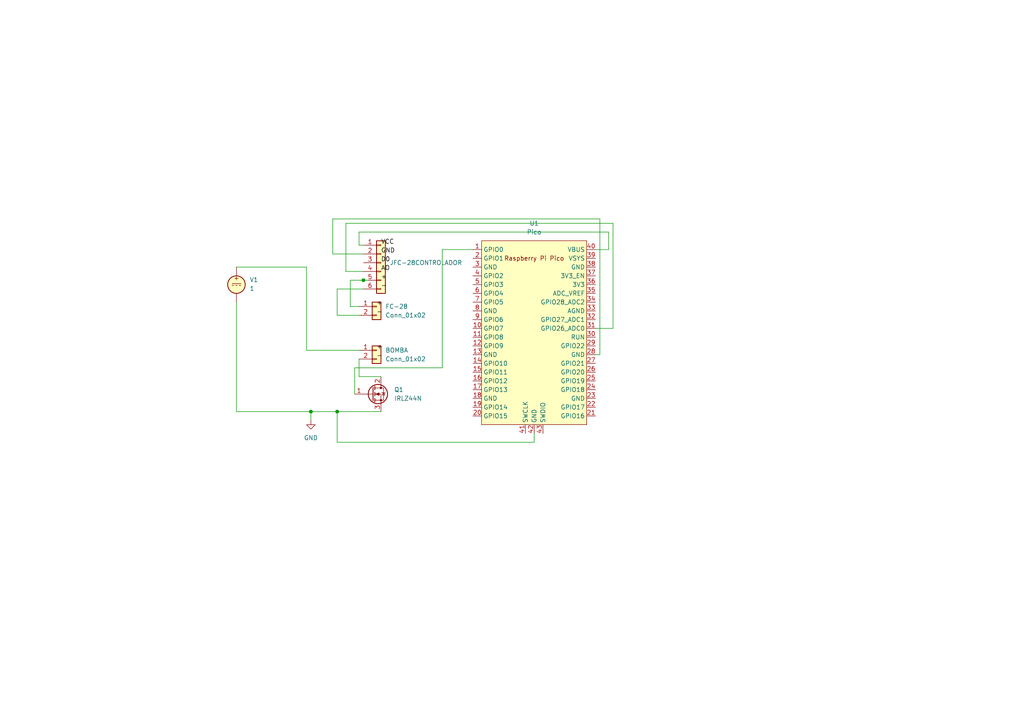
<source format=kicad_sch>
(kicad_sch (version 20230121) (generator eeschema)

  (uuid 1f28efb3-f5a6-47e4-a213-6eea022ad3a7)

  (paper "A4")

  (lib_symbols
    (symbol "Connector_Generic:Conn_01x02" (pin_names (offset 1.016) hide) (in_bom yes) (on_board yes)
      (property "Reference" "J" (at 0 2.54 0)
        (effects (font (size 1.27 1.27)))
      )
      (property "Value" "Conn_01x02" (at 0 -5.08 0)
        (effects (font (size 1.27 1.27)))
      )
      (property "Footprint" "" (at 0 0 0)
        (effects (font (size 1.27 1.27)) hide)
      )
      (property "Datasheet" "~" (at 0 0 0)
        (effects (font (size 1.27 1.27)) hide)
      )
      (property "ki_keywords" "connector" (at 0 0 0)
        (effects (font (size 1.27 1.27)) hide)
      )
      (property "ki_description" "Generic connector, single row, 01x02, script generated (kicad-library-utils/schlib/autogen/connector/)" (at 0 0 0)
        (effects (font (size 1.27 1.27)) hide)
      )
      (property "ki_fp_filters" "Connector*:*_1x??_*" (at 0 0 0)
        (effects (font (size 1.27 1.27)) hide)
      )
      (symbol "Conn_01x02_1_1"
        (rectangle (start -1.27 -2.413) (end 0 -2.667)
          (stroke (width 0.1524) (type default))
          (fill (type none))
        )
        (rectangle (start -1.27 0.127) (end 0 -0.127)
          (stroke (width 0.1524) (type default))
          (fill (type none))
        )
        (rectangle (start -1.27 1.27) (end 1.27 -3.81)
          (stroke (width 0.254) (type default))
          (fill (type background))
        )
        (pin passive line (at -5.08 0 0) (length 3.81)
          (name "Pin_1" (effects (font (size 1.27 1.27))))
          (number "1" (effects (font (size 1.27 1.27))))
        )
        (pin passive line (at -5.08 -2.54 0) (length 3.81)
          (name "Pin_2" (effects (font (size 1.27 1.27))))
          (number "2" (effects (font (size 1.27 1.27))))
        )
      )
    )
    (symbol "Connector_Generic:Conn_01x06" (pin_names (offset 1.016) hide) (in_bom yes) (on_board yes)
      (property "Reference" "J" (at 0 7.62 0)
        (effects (font (size 1.27 1.27)))
      )
      (property "Value" "Conn_01x06" (at 0 -10.16 0)
        (effects (font (size 1.27 1.27)))
      )
      (property "Footprint" "" (at 0 0 0)
        (effects (font (size 1.27 1.27)) hide)
      )
      (property "Datasheet" "~" (at 0 0 0)
        (effects (font (size 1.27 1.27)) hide)
      )
      (property "ki_keywords" "connector" (at 0 0 0)
        (effects (font (size 1.27 1.27)) hide)
      )
      (property "ki_description" "Generic connector, single row, 01x06, script generated (kicad-library-utils/schlib/autogen/connector/)" (at 0 0 0)
        (effects (font (size 1.27 1.27)) hide)
      )
      (property "ki_fp_filters" "Connector*:*_1x??_*" (at 0 0 0)
        (effects (font (size 1.27 1.27)) hide)
      )
      (symbol "Conn_01x06_1_1"
        (rectangle (start -1.27 -7.493) (end 0 -7.747)
          (stroke (width 0.1524) (type default))
          (fill (type none))
        )
        (rectangle (start -1.27 -4.953) (end 0 -5.207)
          (stroke (width 0.1524) (type default))
          (fill (type none))
        )
        (rectangle (start -1.27 -2.413) (end 0 -2.667)
          (stroke (width 0.1524) (type default))
          (fill (type none))
        )
        (rectangle (start -1.27 0.127) (end 0 -0.127)
          (stroke (width 0.1524) (type default))
          (fill (type none))
        )
        (rectangle (start -1.27 2.667) (end 0 2.413)
          (stroke (width 0.1524) (type default))
          (fill (type none))
        )
        (rectangle (start -1.27 5.207) (end 0 4.953)
          (stroke (width 0.1524) (type default))
          (fill (type none))
        )
        (rectangle (start -1.27 6.35) (end 1.27 -8.89)
          (stroke (width 0.254) (type default))
          (fill (type background))
        )
        (pin passive line (at -5.08 5.08 0) (length 3.81)
          (name "Pin_1" (effects (font (size 1.27 1.27))))
          (number "1" (effects (font (size 1.27 1.27))))
        )
        (pin passive line (at -5.08 2.54 0) (length 3.81)
          (name "Pin_2" (effects (font (size 1.27 1.27))))
          (number "2" (effects (font (size 1.27 1.27))))
        )
        (pin passive line (at -5.08 0 0) (length 3.81)
          (name "Pin_3" (effects (font (size 1.27 1.27))))
          (number "3" (effects (font (size 1.27 1.27))))
        )
        (pin passive line (at -5.08 -2.54 0) (length 3.81)
          (name "Pin_4" (effects (font (size 1.27 1.27))))
          (number "4" (effects (font (size 1.27 1.27))))
        )
        (pin passive line (at -5.08 -5.08 0) (length 3.81)
          (name "Pin_5" (effects (font (size 1.27 1.27))))
          (number "5" (effects (font (size 1.27 1.27))))
        )
        (pin passive line (at -5.08 -7.62 0) (length 3.81)
          (name "Pin_6" (effects (font (size 1.27 1.27))))
          (number "6" (effects (font (size 1.27 1.27))))
        )
      )
    )
    (symbol "MCU_RaspberryPi_and_Boards:Pico" (in_bom yes) (on_board yes)
      (property "Reference" "U" (at -13.97 27.94 0)
        (effects (font (size 1.27 1.27)))
      )
      (property "Value" "Pico" (at 0 19.05 0)
        (effects (font (size 1.27 1.27)))
      )
      (property "Footprint" "RPi_Pico:RPi_Pico_SMD_TH" (at 0 0 90)
        (effects (font (size 1.27 1.27)) hide)
      )
      (property "Datasheet" "" (at 0 0 0)
        (effects (font (size 1.27 1.27)) hide)
      )
      (symbol "Pico_0_0"
        (text "Raspberry Pi Pico" (at 0 21.59 0)
          (effects (font (size 1.27 1.27)))
        )
      )
      (symbol "Pico_0_1"
        (rectangle (start -15.24 26.67) (end 15.24 -26.67)
          (stroke (width 0) (type default))
          (fill (type background))
        )
      )
      (symbol "Pico_1_1"
        (pin bidirectional line (at -17.78 24.13 0) (length 2.54)
          (name "GPIO0" (effects (font (size 1.27 1.27))))
          (number "1" (effects (font (size 1.27 1.27))))
        )
        (pin bidirectional line (at -17.78 1.27 0) (length 2.54)
          (name "GPIO7" (effects (font (size 1.27 1.27))))
          (number "10" (effects (font (size 1.27 1.27))))
        )
        (pin bidirectional line (at -17.78 -1.27 0) (length 2.54)
          (name "GPIO8" (effects (font (size 1.27 1.27))))
          (number "11" (effects (font (size 1.27 1.27))))
        )
        (pin bidirectional line (at -17.78 -3.81 0) (length 2.54)
          (name "GPIO9" (effects (font (size 1.27 1.27))))
          (number "12" (effects (font (size 1.27 1.27))))
        )
        (pin power_in line (at -17.78 -6.35 0) (length 2.54)
          (name "GND" (effects (font (size 1.27 1.27))))
          (number "13" (effects (font (size 1.27 1.27))))
        )
        (pin bidirectional line (at -17.78 -8.89 0) (length 2.54)
          (name "GPIO10" (effects (font (size 1.27 1.27))))
          (number "14" (effects (font (size 1.27 1.27))))
        )
        (pin bidirectional line (at -17.78 -11.43 0) (length 2.54)
          (name "GPIO11" (effects (font (size 1.27 1.27))))
          (number "15" (effects (font (size 1.27 1.27))))
        )
        (pin bidirectional line (at -17.78 -13.97 0) (length 2.54)
          (name "GPIO12" (effects (font (size 1.27 1.27))))
          (number "16" (effects (font (size 1.27 1.27))))
        )
        (pin bidirectional line (at -17.78 -16.51 0) (length 2.54)
          (name "GPIO13" (effects (font (size 1.27 1.27))))
          (number "17" (effects (font (size 1.27 1.27))))
        )
        (pin power_in line (at -17.78 -19.05 0) (length 2.54)
          (name "GND" (effects (font (size 1.27 1.27))))
          (number "18" (effects (font (size 1.27 1.27))))
        )
        (pin bidirectional line (at -17.78 -21.59 0) (length 2.54)
          (name "GPIO14" (effects (font (size 1.27 1.27))))
          (number "19" (effects (font (size 1.27 1.27))))
        )
        (pin bidirectional line (at -17.78 21.59 0) (length 2.54)
          (name "GPIO1" (effects (font (size 1.27 1.27))))
          (number "2" (effects (font (size 1.27 1.27))))
        )
        (pin bidirectional line (at -17.78 -24.13 0) (length 2.54)
          (name "GPIO15" (effects (font (size 1.27 1.27))))
          (number "20" (effects (font (size 1.27 1.27))))
        )
        (pin bidirectional line (at 17.78 -24.13 180) (length 2.54)
          (name "GPIO16" (effects (font (size 1.27 1.27))))
          (number "21" (effects (font (size 1.27 1.27))))
        )
        (pin bidirectional line (at 17.78 -21.59 180) (length 2.54)
          (name "GPIO17" (effects (font (size 1.27 1.27))))
          (number "22" (effects (font (size 1.27 1.27))))
        )
        (pin power_in line (at 17.78 -19.05 180) (length 2.54)
          (name "GND" (effects (font (size 1.27 1.27))))
          (number "23" (effects (font (size 1.27 1.27))))
        )
        (pin bidirectional line (at 17.78 -16.51 180) (length 2.54)
          (name "GPIO18" (effects (font (size 1.27 1.27))))
          (number "24" (effects (font (size 1.27 1.27))))
        )
        (pin bidirectional line (at 17.78 -13.97 180) (length 2.54)
          (name "GPIO19" (effects (font (size 1.27 1.27))))
          (number "25" (effects (font (size 1.27 1.27))))
        )
        (pin bidirectional line (at 17.78 -11.43 180) (length 2.54)
          (name "GPIO20" (effects (font (size 1.27 1.27))))
          (number "26" (effects (font (size 1.27 1.27))))
        )
        (pin bidirectional line (at 17.78 -8.89 180) (length 2.54)
          (name "GPIO21" (effects (font (size 1.27 1.27))))
          (number "27" (effects (font (size 1.27 1.27))))
        )
        (pin power_in line (at 17.78 -6.35 180) (length 2.54)
          (name "GND" (effects (font (size 1.27 1.27))))
          (number "28" (effects (font (size 1.27 1.27))))
        )
        (pin bidirectional line (at 17.78 -3.81 180) (length 2.54)
          (name "GPIO22" (effects (font (size 1.27 1.27))))
          (number "29" (effects (font (size 1.27 1.27))))
        )
        (pin power_in line (at -17.78 19.05 0) (length 2.54)
          (name "GND" (effects (font (size 1.27 1.27))))
          (number "3" (effects (font (size 1.27 1.27))))
        )
        (pin input line (at 17.78 -1.27 180) (length 2.54)
          (name "RUN" (effects (font (size 1.27 1.27))))
          (number "30" (effects (font (size 1.27 1.27))))
        )
        (pin bidirectional line (at 17.78 1.27 180) (length 2.54)
          (name "GPIO26_ADC0" (effects (font (size 1.27 1.27))))
          (number "31" (effects (font (size 1.27 1.27))))
        )
        (pin bidirectional line (at 17.78 3.81 180) (length 2.54)
          (name "GPIO27_ADC1" (effects (font (size 1.27 1.27))))
          (number "32" (effects (font (size 1.27 1.27))))
        )
        (pin power_in line (at 17.78 6.35 180) (length 2.54)
          (name "AGND" (effects (font (size 1.27 1.27))))
          (number "33" (effects (font (size 1.27 1.27))))
        )
        (pin bidirectional line (at 17.78 8.89 180) (length 2.54)
          (name "GPIO28_ADC2" (effects (font (size 1.27 1.27))))
          (number "34" (effects (font (size 1.27 1.27))))
        )
        (pin power_in line (at 17.78 11.43 180) (length 2.54)
          (name "ADC_VREF" (effects (font (size 1.27 1.27))))
          (number "35" (effects (font (size 1.27 1.27))))
        )
        (pin power_in line (at 17.78 13.97 180) (length 2.54)
          (name "3V3" (effects (font (size 1.27 1.27))))
          (number "36" (effects (font (size 1.27 1.27))))
        )
        (pin input line (at 17.78 16.51 180) (length 2.54)
          (name "3V3_EN" (effects (font (size 1.27 1.27))))
          (number "37" (effects (font (size 1.27 1.27))))
        )
        (pin bidirectional line (at 17.78 19.05 180) (length 2.54)
          (name "GND" (effects (font (size 1.27 1.27))))
          (number "38" (effects (font (size 1.27 1.27))))
        )
        (pin power_in line (at 17.78 21.59 180) (length 2.54)
          (name "VSYS" (effects (font (size 1.27 1.27))))
          (number "39" (effects (font (size 1.27 1.27))))
        )
        (pin bidirectional line (at -17.78 16.51 0) (length 2.54)
          (name "GPIO2" (effects (font (size 1.27 1.27))))
          (number "4" (effects (font (size 1.27 1.27))))
        )
        (pin power_in line (at 17.78 24.13 180) (length 2.54)
          (name "VBUS" (effects (font (size 1.27 1.27))))
          (number "40" (effects (font (size 1.27 1.27))))
        )
        (pin input line (at -2.54 -29.21 90) (length 2.54)
          (name "SWCLK" (effects (font (size 1.27 1.27))))
          (number "41" (effects (font (size 1.27 1.27))))
        )
        (pin power_in line (at 0 -29.21 90) (length 2.54)
          (name "GND" (effects (font (size 1.27 1.27))))
          (number "42" (effects (font (size 1.27 1.27))))
        )
        (pin bidirectional line (at 2.54 -29.21 90) (length 2.54)
          (name "SWDIO" (effects (font (size 1.27 1.27))))
          (number "43" (effects (font (size 1.27 1.27))))
        )
        (pin bidirectional line (at -17.78 13.97 0) (length 2.54)
          (name "GPIO3" (effects (font (size 1.27 1.27))))
          (number "5" (effects (font (size 1.27 1.27))))
        )
        (pin bidirectional line (at -17.78 11.43 0) (length 2.54)
          (name "GPIO4" (effects (font (size 1.27 1.27))))
          (number "6" (effects (font (size 1.27 1.27))))
        )
        (pin bidirectional line (at -17.78 8.89 0) (length 2.54)
          (name "GPIO5" (effects (font (size 1.27 1.27))))
          (number "7" (effects (font (size 1.27 1.27))))
        )
        (pin power_in line (at -17.78 6.35 0) (length 2.54)
          (name "GND" (effects (font (size 1.27 1.27))))
          (number "8" (effects (font (size 1.27 1.27))))
        )
        (pin bidirectional line (at -17.78 3.81 0) (length 2.54)
          (name "GPIO6" (effects (font (size 1.27 1.27))))
          (number "9" (effects (font (size 1.27 1.27))))
        )
      )
    )
    (symbol "Simulation_SPICE:VDC" (pin_numbers hide) (pin_names (offset 0.0254)) (in_bom yes) (on_board yes)
      (property "Reference" "V" (at 2.54 2.54 0)
        (effects (font (size 1.27 1.27)) (justify left))
      )
      (property "Value" "1" (at 2.54 0 0)
        (effects (font (size 1.27 1.27)) (justify left))
      )
      (property "Footprint" "" (at 0 0 0)
        (effects (font (size 1.27 1.27)) hide)
      )
      (property "Datasheet" "~" (at 0 0 0)
        (effects (font (size 1.27 1.27)) hide)
      )
      (property "Sim.Pins" "1=+ 2=-" (at 0 0 0)
        (effects (font (size 1.27 1.27)) hide)
      )
      (property "Sim.Type" "DC" (at 0 0 0)
        (effects (font (size 1.27 1.27)) hide)
      )
      (property "Sim.Device" "V" (at 0 0 0)
        (effects (font (size 1.27 1.27)) (justify left) hide)
      )
      (property "ki_keywords" "simulation" (at 0 0 0)
        (effects (font (size 1.27 1.27)) hide)
      )
      (property "ki_description" "Voltage source, DC" (at 0 0 0)
        (effects (font (size 1.27 1.27)) hide)
      )
      (symbol "VDC_0_0"
        (polyline
          (pts
            (xy -1.27 0.254)
            (xy 1.27 0.254)
          )
          (stroke (width 0) (type default))
          (fill (type none))
        )
        (polyline
          (pts
            (xy -0.762 -0.254)
            (xy -1.27 -0.254)
          )
          (stroke (width 0) (type default))
          (fill (type none))
        )
        (polyline
          (pts
            (xy 0.254 -0.254)
            (xy -0.254 -0.254)
          )
          (stroke (width 0) (type default))
          (fill (type none))
        )
        (polyline
          (pts
            (xy 1.27 -0.254)
            (xy 0.762 -0.254)
          )
          (stroke (width 0) (type default))
          (fill (type none))
        )
        (text "+" (at 0 1.905 0)
          (effects (font (size 1.27 1.27)))
        )
      )
      (symbol "VDC_0_1"
        (circle (center 0 0) (radius 2.54)
          (stroke (width 0.254) (type default))
          (fill (type background))
        )
      )
      (symbol "VDC_1_1"
        (pin passive line (at 0 5.08 270) (length 2.54)
          (name "~" (effects (font (size 1.27 1.27))))
          (number "1" (effects (font (size 1.27 1.27))))
        )
        (pin passive line (at 0 -5.08 90) (length 2.54)
          (name "~" (effects (font (size 1.27 1.27))))
          (number "2" (effects (font (size 1.27 1.27))))
        )
      )
    )
    (symbol "Transistor_FET:IRLZ44N" (pin_names hide) (in_bom yes) (on_board yes)
      (property "Reference" "Q" (at 6.35 1.905 0)
        (effects (font (size 1.27 1.27)) (justify left))
      )
      (property "Value" "IRLZ44N" (at 6.35 0 0)
        (effects (font (size 1.27 1.27)) (justify left))
      )
      (property "Footprint" "Package_TO_SOT_THT:TO-220-3_Vertical" (at 6.35 -1.905 0)
        (effects (font (size 1.27 1.27) italic) (justify left) hide)
      )
      (property "Datasheet" "http://www.irf.com/product-info/datasheets/data/irlz44n.pdf" (at 0 0 0)
        (effects (font (size 1.27 1.27)) (justify left) hide)
      )
      (property "ki_keywords" "N-Channel HEXFET MOSFET Logic-Level" (at 0 0 0)
        (effects (font (size 1.27 1.27)) hide)
      )
      (property "ki_description" "47A Id, 55V Vds, 22mOhm Rds Single N-Channel HEXFET Power MOSFET, TO-220AB" (at 0 0 0)
        (effects (font (size 1.27 1.27)) hide)
      )
      (property "ki_fp_filters" "TO?220*" (at 0 0 0)
        (effects (font (size 1.27 1.27)) hide)
      )
      (symbol "IRLZ44N_0_1"
        (polyline
          (pts
            (xy 0.254 0)
            (xy -2.54 0)
          )
          (stroke (width 0) (type default))
          (fill (type none))
        )
        (polyline
          (pts
            (xy 0.254 1.905)
            (xy 0.254 -1.905)
          )
          (stroke (width 0.254) (type default))
          (fill (type none))
        )
        (polyline
          (pts
            (xy 0.762 -1.27)
            (xy 0.762 -2.286)
          )
          (stroke (width 0.254) (type default))
          (fill (type none))
        )
        (polyline
          (pts
            (xy 0.762 0.508)
            (xy 0.762 -0.508)
          )
          (stroke (width 0.254) (type default))
          (fill (type none))
        )
        (polyline
          (pts
            (xy 0.762 2.286)
            (xy 0.762 1.27)
          )
          (stroke (width 0.254) (type default))
          (fill (type none))
        )
        (polyline
          (pts
            (xy 2.54 2.54)
            (xy 2.54 1.778)
          )
          (stroke (width 0) (type default))
          (fill (type none))
        )
        (polyline
          (pts
            (xy 2.54 -2.54)
            (xy 2.54 0)
            (xy 0.762 0)
          )
          (stroke (width 0) (type default))
          (fill (type none))
        )
        (polyline
          (pts
            (xy 0.762 -1.778)
            (xy 3.302 -1.778)
            (xy 3.302 1.778)
            (xy 0.762 1.778)
          )
          (stroke (width 0) (type default))
          (fill (type none))
        )
        (polyline
          (pts
            (xy 1.016 0)
            (xy 2.032 0.381)
            (xy 2.032 -0.381)
            (xy 1.016 0)
          )
          (stroke (width 0) (type default))
          (fill (type outline))
        )
        (polyline
          (pts
            (xy 2.794 0.508)
            (xy 2.921 0.381)
            (xy 3.683 0.381)
            (xy 3.81 0.254)
          )
          (stroke (width 0) (type default))
          (fill (type none))
        )
        (polyline
          (pts
            (xy 3.302 0.381)
            (xy 2.921 -0.254)
            (xy 3.683 -0.254)
            (xy 3.302 0.381)
          )
          (stroke (width 0) (type default))
          (fill (type none))
        )
        (circle (center 1.651 0) (radius 2.794)
          (stroke (width 0.254) (type default))
          (fill (type none))
        )
        (circle (center 2.54 -1.778) (radius 0.254)
          (stroke (width 0) (type default))
          (fill (type outline))
        )
        (circle (center 2.54 1.778) (radius 0.254)
          (stroke (width 0) (type default))
          (fill (type outline))
        )
      )
      (symbol "IRLZ44N_1_1"
        (pin input line (at -5.08 0 0) (length 2.54)
          (name "G" (effects (font (size 1.27 1.27))))
          (number "1" (effects (font (size 1.27 1.27))))
        )
        (pin passive line (at 2.54 5.08 270) (length 2.54)
          (name "D" (effects (font (size 1.27 1.27))))
          (number "2" (effects (font (size 1.27 1.27))))
        )
        (pin passive line (at 2.54 -5.08 90) (length 2.54)
          (name "S" (effects (font (size 1.27 1.27))))
          (number "3" (effects (font (size 1.27 1.27))))
        )
      )
    )
    (symbol "power:GND" (power) (pin_names (offset 0)) (in_bom yes) (on_board yes)
      (property "Reference" "#PWR" (at 0 -6.35 0)
        (effects (font (size 1.27 1.27)) hide)
      )
      (property "Value" "GND" (at 0 -3.81 0)
        (effects (font (size 1.27 1.27)))
      )
      (property "Footprint" "" (at 0 0 0)
        (effects (font (size 1.27 1.27)) hide)
      )
      (property "Datasheet" "" (at 0 0 0)
        (effects (font (size 1.27 1.27)) hide)
      )
      (property "ki_keywords" "global power" (at 0 0 0)
        (effects (font (size 1.27 1.27)) hide)
      )
      (property "ki_description" "Power symbol creates a global label with name \"GND\" , ground" (at 0 0 0)
        (effects (font (size 1.27 1.27)) hide)
      )
      (symbol "GND_0_1"
        (polyline
          (pts
            (xy 0 0)
            (xy 0 -1.27)
            (xy 1.27 -1.27)
            (xy 0 -2.54)
            (xy -1.27 -1.27)
            (xy 0 -1.27)
          )
          (stroke (width 0) (type default))
          (fill (type none))
        )
      )
      (symbol "GND_1_1"
        (pin power_in line (at 0 0 270) (length 0) hide
          (name "GND" (effects (font (size 1.27 1.27))))
          (number "1" (effects (font (size 1.27 1.27))))
        )
      )
    )
  )

  (junction (at 90.17 119.38) (diameter 0) (color 0 0 0 0)
    (uuid 2846c6f3-885d-4c14-88a6-03643cc4355e)
  )
  (junction (at 97.79 119.38) (diameter 0) (color 0 0 0 0)
    (uuid 5a61307f-995c-4505-a5eb-529f9b79aae4)
  )
  (junction (at 105.41 81.28) (diameter 0) (color 0 0 0 0)
    (uuid e83549ed-c1ac-4fa1-ab8d-b5f9fd35c5e3)
  )

  (wire (pts (xy 68.58 87.63) (xy 68.58 119.38))
    (stroke (width 0) (type default))
    (uuid 169b7078-e686-4c17-988b-89187c65a88a)
  )
  (wire (pts (xy 104.14 109.22) (xy 110.49 109.22))
    (stroke (width 0) (type default))
    (uuid 220abcb1-9c91-4fcb-bf01-987afdc71ce4)
  )
  (wire (pts (xy 177.8 95.25) (xy 177.8 64.77))
    (stroke (width 0) (type default))
    (uuid 22290594-22c8-4d9b-84e4-cf9157fd0d0e)
  )
  (wire (pts (xy 68.58 77.47) (xy 88.9 77.47))
    (stroke (width 0) (type default))
    (uuid 25c6d763-9360-454b-9a5c-a5fa7b62ed2f)
  )
  (wire (pts (xy 176.53 72.39) (xy 172.72 72.39))
    (stroke (width 0) (type default))
    (uuid 263b0685-1326-40f5-bed1-0bf11a2df78b)
  )
  (wire (pts (xy 100.33 78.74) (xy 105.41 78.74))
    (stroke (width 0) (type default))
    (uuid 43184a91-fce8-46bc-a3f1-d571615b97ef)
  )
  (wire (pts (xy 104.14 104.14) (xy 104.14 109.22))
    (stroke (width 0) (type default))
    (uuid 478ae253-0c05-4d5f-989c-281a48cd4de8)
  )
  (wire (pts (xy 90.17 119.38) (xy 90.17 121.92))
    (stroke (width 0) (type default))
    (uuid 49c432f5-acdf-4d89-8b39-748af1f9a424)
  )
  (wire (pts (xy 97.79 83.82) (xy 97.79 91.44))
    (stroke (width 0) (type default))
    (uuid 4e029c7d-9763-427c-8110-43f22c5ace22)
  )
  (wire (pts (xy 97.79 91.44) (xy 104.14 91.44))
    (stroke (width 0) (type default))
    (uuid 546e1813-0c62-41e1-8e79-e236f523370c)
  )
  (wire (pts (xy 102.87 106.68) (xy 102.87 114.3))
    (stroke (width 0) (type default))
    (uuid 54f12354-2438-49f5-b8b1-be9231f4a7da)
  )
  (wire (pts (xy 154.94 125.73) (xy 154.94 128.27))
    (stroke (width 0) (type default))
    (uuid 55be023d-c2dc-4088-a0f3-70da27b85085)
  )
  (wire (pts (xy 173.99 63.5) (xy 96.52 63.5))
    (stroke (width 0) (type default))
    (uuid 57ded2b8-6159-49ea-8903-c9373d539d54)
  )
  (wire (pts (xy 104.14 71.12) (xy 104.14 67.31))
    (stroke (width 0) (type default))
    (uuid 6510ee7e-e6b7-4fce-b280-9763e873b7fd)
  )
  (wire (pts (xy 97.79 128.27) (xy 97.79 119.38))
    (stroke (width 0) (type default))
    (uuid 6705c690-cab6-47d9-a85e-f2bef1002a64)
  )
  (wire (pts (xy 97.79 83.82) (xy 105.41 83.82))
    (stroke (width 0) (type default))
    (uuid 6ee06161-809c-49be-8ed3-82f47d75c362)
  )
  (wire (pts (xy 137.16 72.39) (xy 128.27 72.39))
    (stroke (width 0) (type default))
    (uuid 7142b58a-cf6d-4210-81d8-1e0df47c0976)
  )
  (wire (pts (xy 96.52 63.5) (xy 96.52 73.66))
    (stroke (width 0) (type default))
    (uuid 7305b3a4-003f-42ed-90ab-4b293dbdb2b9)
  )
  (wire (pts (xy 154.94 128.27) (xy 97.79 128.27))
    (stroke (width 0) (type default))
    (uuid 76af8451-3927-4d5b-9011-ccf553bd2ba2)
  )
  (wire (pts (xy 97.79 119.38) (xy 90.17 119.38))
    (stroke (width 0) (type default))
    (uuid 7916c086-b1fa-4c77-a144-66f3db7a2e63)
  )
  (wire (pts (xy 173.99 102.87) (xy 173.99 63.5))
    (stroke (width 0) (type default))
    (uuid 7bce547d-0fcf-4fb9-9eb8-716e18a74d37)
  )
  (wire (pts (xy 128.27 72.39) (xy 128.27 106.68))
    (stroke (width 0) (type default))
    (uuid 8429f2d7-f6d7-4a9a-bf43-053f736474c3)
  )
  (wire (pts (xy 88.9 101.6) (xy 104.14 101.6))
    (stroke (width 0) (type default))
    (uuid 853d49c4-3543-4bd2-a446-f762a3f24bb6)
  )
  (wire (pts (xy 105.41 81.28) (xy 106.68 81.28))
    (stroke (width 0) (type default))
    (uuid 85ff2636-4b3d-4ddb-86f9-0b615d0408e4)
  )
  (wire (pts (xy 176.53 67.31) (xy 176.53 72.39))
    (stroke (width 0) (type default))
    (uuid 89553a30-cf31-48b8-bc88-26885d65c361)
  )
  (wire (pts (xy 172.72 95.25) (xy 177.8 95.25))
    (stroke (width 0) (type default))
    (uuid 8a1fad45-a78d-4542-86b8-f57c74d73d45)
  )
  (wire (pts (xy 88.9 77.47) (xy 88.9 101.6))
    (stroke (width 0) (type default))
    (uuid 9c57532a-e044-4d2f-a9cb-d522dc7bbed4)
  )
  (wire (pts (xy 104.14 71.12) (xy 105.41 71.12))
    (stroke (width 0) (type default))
    (uuid a918b343-b2ac-49c4-a987-34c7bcac719d)
  )
  (wire (pts (xy 128.27 106.68) (xy 102.87 106.68))
    (stroke (width 0) (type default))
    (uuid aa9f42fb-71ce-403a-9ca7-34ba357f2755)
  )
  (wire (pts (xy 177.8 64.77) (xy 100.33 64.77))
    (stroke (width 0) (type default))
    (uuid b6d2e3c4-ea2f-48f7-bf56-aac9b390bfc4)
  )
  (wire (pts (xy 104.14 88.9) (xy 101.6 88.9))
    (stroke (width 0) (type default))
    (uuid b7dd6002-ea39-43ec-848d-ef6fd34e2919)
  )
  (wire (pts (xy 110.49 119.38) (xy 97.79 119.38))
    (stroke (width 0) (type default))
    (uuid c42d4a87-512b-4b94-a061-8253b39dfc94)
  )
  (wire (pts (xy 101.6 81.28) (xy 105.41 81.28))
    (stroke (width 0) (type default))
    (uuid c98f0952-9ce1-4f4e-ba03-e51d0956011c)
  )
  (wire (pts (xy 104.14 67.31) (xy 176.53 67.31))
    (stroke (width 0) (type default))
    (uuid d1cdbc53-5348-4bc4-912d-019df7eb3c05)
  )
  (wire (pts (xy 68.58 119.38) (xy 90.17 119.38))
    (stroke (width 0) (type default))
    (uuid d24892b8-43d2-435c-aa51-40938e4f3a6f)
  )
  (wire (pts (xy 101.6 88.9) (xy 101.6 81.28))
    (stroke (width 0) (type default))
    (uuid d7d28613-82c8-4d65-ab87-b1cce9cccb73)
  )
  (wire (pts (xy 172.72 102.87) (xy 173.99 102.87))
    (stroke (width 0) (type default))
    (uuid e61dee80-6cd2-420d-ad34-51488504d299)
  )
  (wire (pts (xy 100.33 64.77) (xy 100.33 78.74))
    (stroke (width 0) (type default))
    (uuid f9bcb0f7-9451-4f0f-b24e-0ff63f24fed4)
  )
  (wire (pts (xy 96.52 73.66) (xy 105.41 73.66))
    (stroke (width 0) (type default))
    (uuid fedb8b47-7c49-49de-b374-3d518a8189bc)
  )

  (label "-" (at 109.22 91.44 0) (fields_autoplaced)
    (effects (font (size 1.27 1.27)) (justify left bottom))
    (uuid 1eba9a60-32fc-4d49-8ab1-beb4779ffc74)
  )
  (label "-" (at 110.49 83.82 0) (fields_autoplaced)
    (effects (font (size 1.27 1.27)) (justify left bottom))
    (uuid 1fd54a6d-b742-439c-a7a1-f96d95902e60)
  )
  (label "GND" (at 110.49 73.66 0) (fields_autoplaced)
    (effects (font (size 1.27 1.27)) (justify left bottom))
    (uuid 4f1283b9-e408-45ff-b7c9-1a5ef1d68ae9)
  )
  (label "+" (at 110.49 81.28 0) (fields_autoplaced)
    (effects (font (size 1.27 1.27)) (justify left bottom))
    (uuid 74f82763-3be3-4aa3-9f90-3524db3f505d)
  )
  (label "D0" (at 110.49 76.2 0) (fields_autoplaced)
    (effects (font (size 1.27 1.27)) (justify left bottom))
    (uuid a0d64046-87e1-4911-aa56-834a31fafff3)
  )
  (label "+" (at 109.22 101.6 0) (fields_autoplaced)
    (effects (font (size 1.27 1.27)) (justify left bottom))
    (uuid a7dabf8e-9f1b-45e1-bf0c-5f49828ef4d3)
  )
  (label "-" (at 109.22 104.14 0) (fields_autoplaced)
    (effects (font (size 1.27 1.27)) (justify left bottom))
    (uuid bcfe6660-03b8-413f-8685-cd2dd6d08054)
  )
  (label "VCC" (at 110.49 71.12 0) (fields_autoplaced)
    (effects (font (size 1.27 1.27)) (justify left bottom))
    (uuid bd040f97-3077-43e1-8728-1a0d29f5510f)
  )
  (label "+" (at 109.22 88.9 0) (fields_autoplaced)
    (effects (font (size 1.27 1.27)) (justify left bottom))
    (uuid d25dd736-5167-4456-815d-c6468fd0274c)
  )
  (label "AO" (at 110.49 78.74 0) (fields_autoplaced)
    (effects (font (size 1.27 1.27)) (justify left bottom))
    (uuid d3af64aa-330d-40d3-baeb-84a4141aa63c)
  )

  (symbol (lib_id "Connector_Generic:Conn_01x06") (at 110.49 76.2 0) (unit 1)
    (in_bom yes) (on_board yes) (dnp no) (fields_autoplaced)
    (uuid 1b497e44-7012-47c5-9ab8-e740091e9f0c)
    (property "Reference" "JFC-28CONTROLADOR" (at 113.03 76.2 0)
      (effects (font (size 1.27 1.27)) (justify left))
    )
    (property "Value" "Conn_01x06" (at 113.03 78.74 0)
      (effects (font (size 1.27 1.27)) (justify left) hide)
    )
    (property "Footprint" "" (at 110.49 76.2 0)
      (effects (font (size 1.27 1.27)) hide)
    )
    (property "Datasheet" "~" (at 110.49 76.2 0)
      (effects (font (size 1.27 1.27)) hide)
    )
    (pin "1" (uuid d8df87a7-1efa-4662-a2dd-e91a95666249))
    (pin "2" (uuid 698e1214-442f-4fd9-9443-1eac8facec2a))
    (pin "3" (uuid 60acb14a-1af6-4b59-9418-5bff738afbf5))
    (pin "4" (uuid 786d8e02-7463-465d-bcfc-e6fce3a02f01))
    (pin "5" (uuid 34910e1b-c8ba-42ac-a474-9a733f7cb985))
    (pin "6" (uuid 3d599091-c3f8-4ce6-be17-bed58947edda))
    (instances
      (project "sistema de riego"
        (path "/1f28efb3-f5a6-47e4-a213-6eea022ad3a7"
          (reference "JFC-28CONTROLADOR") (unit 1)
        )
      )
    )
  )

  (symbol (lib_id "Transistor_FET:IRLZ44N") (at 107.95 114.3 0) (unit 1)
    (in_bom yes) (on_board yes) (dnp no) (fields_autoplaced)
    (uuid 4e25e741-c8be-4411-954a-3f4385017f42)
    (property "Reference" "Q1" (at 114.3 113.03 0)
      (effects (font (size 1.27 1.27)) (justify left))
    )
    (property "Value" "IRLZ44N" (at 114.3 115.57 0)
      (effects (font (size 1.27 1.27)) (justify left))
    )
    (property "Footprint" "Package_TO_SOT_THT:TO-220-3_Vertical" (at 114.3 116.205 0)
      (effects (font (size 1.27 1.27) italic) (justify left) hide)
    )
    (property "Datasheet" "http://www.irf.com/product-info/datasheets/data/irlz44n.pdf" (at 107.95 114.3 0)
      (effects (font (size 1.27 1.27)) (justify left) hide)
    )
    (pin "1" (uuid be436538-ff12-4db7-b666-4fba1329017a))
    (pin "2" (uuid 39dade01-49b3-44d9-9b2b-f9e87e154c2c))
    (pin "3" (uuid 57394f6d-bcdf-4d1c-a50a-929e478699e2))
    (instances
      (project "sistema de riego"
        (path "/1f28efb3-f5a6-47e4-a213-6eea022ad3a7"
          (reference "Q1") (unit 1)
        )
      )
    )
  )

  (symbol (lib_id "Simulation_SPICE:VDC") (at 68.58 82.55 0) (unit 1)
    (in_bom yes) (on_board yes) (dnp no) (fields_autoplaced)
    (uuid 95f29c67-a545-4dd7-be18-808b8ccd1efa)
    (property "Reference" "V1" (at 72.39 81.1502 0)
      (effects (font (size 1.27 1.27)) (justify left))
    )
    (property "Value" "1" (at 72.39 83.6902 0)
      (effects (font (size 1.27 1.27)) (justify left))
    )
    (property "Footprint" "" (at 68.58 82.55 0)
      (effects (font (size 1.27 1.27)) hide)
    )
    (property "Datasheet" "~" (at 68.58 82.55 0)
      (effects (font (size 1.27 1.27)) hide)
    )
    (property "Sim.Pins" "1=+ 2=-" (at 68.58 82.55 0)
      (effects (font (size 1.27 1.27)) hide)
    )
    (property "Sim.Type" "DC" (at 68.58 82.55 0)
      (effects (font (size 1.27 1.27)) hide)
    )
    (property "Sim.Device" "V" (at 68.58 82.55 0)
      (effects (font (size 1.27 1.27)) (justify left) hide)
    )
    (pin "1" (uuid 93071978-4f0c-492b-8b01-5f3c65596b10))
    (pin "2" (uuid 9a6930f2-9502-4913-9b35-eeb35c5173df))
    (instances
      (project "sistema de riego"
        (path "/1f28efb3-f5a6-47e4-a213-6eea022ad3a7"
          (reference "V1") (unit 1)
        )
      )
    )
  )

  (symbol (lib_id "power:GND") (at 90.17 121.92 0) (unit 1)
    (in_bom yes) (on_board yes) (dnp no) (fields_autoplaced)
    (uuid b9642fa5-ef93-4c40-9b1e-43fe3bdb58f0)
    (property "Reference" "#PWR01" (at 90.17 128.27 0)
      (effects (font (size 1.27 1.27)) hide)
    )
    (property "Value" "GND" (at 90.17 127 0)
      (effects (font (size 1.27 1.27)))
    )
    (property "Footprint" "" (at 90.17 121.92 0)
      (effects (font (size 1.27 1.27)) hide)
    )
    (property "Datasheet" "" (at 90.17 121.92 0)
      (effects (font (size 1.27 1.27)) hide)
    )
    (pin "1" (uuid 7b2aebb5-0d45-4d52-bdc9-49ea85594bc3))
    (instances
      (project "sistema de riego"
        (path "/1f28efb3-f5a6-47e4-a213-6eea022ad3a7"
          (reference "#PWR01") (unit 1)
        )
      )
    )
  )

  (symbol (lib_id "Connector_Generic:Conn_01x02") (at 109.22 101.6 0) (unit 1)
    (in_bom yes) (on_board yes) (dnp no) (fields_autoplaced)
    (uuid cec64359-9b9f-48c1-bde5-55a3f9e03aa4)
    (property "Reference" "BOMBA" (at 111.76 101.6 0)
      (effects (font (size 1.27 1.27)) (justify left))
    )
    (property "Value" "Conn_01x02" (at 111.76 104.14 0)
      (effects (font (size 1.27 1.27)) (justify left))
    )
    (property "Footprint" "" (at 109.22 101.6 0)
      (effects (font (size 1.27 1.27)) hide)
    )
    (property "Datasheet" "~" (at 109.22 101.6 0)
      (effects (font (size 1.27 1.27)) hide)
    )
    (pin "1" (uuid f17ddfbc-1b67-4afc-81dd-b8e734e5485f))
    (pin "2" (uuid ee8501cb-334a-4e62-89a7-a30546300f52))
    (instances
      (project "sistema de riego"
        (path "/1f28efb3-f5a6-47e4-a213-6eea022ad3a7"
          (reference "BOMBA") (unit 1)
        )
      )
    )
  )

  (symbol (lib_id "Connector_Generic:Conn_01x02") (at 109.22 88.9 0) (unit 1)
    (in_bom yes) (on_board yes) (dnp no) (fields_autoplaced)
    (uuid d7a89e16-7601-4f4f-816b-021a1ed6134d)
    (property "Reference" "FC-28" (at 111.76 88.9 0)
      (effects (font (size 1.27 1.27)) (justify left))
    )
    (property "Value" "Conn_01x02" (at 111.76 91.44 0)
      (effects (font (size 1.27 1.27)) (justify left))
    )
    (property "Footprint" "" (at 109.22 88.9 0)
      (effects (font (size 1.27 1.27)) hide)
    )
    (property "Datasheet" "~" (at 109.22 88.9 0)
      (effects (font (size 1.27 1.27)) hide)
    )
    (pin "1" (uuid 85e4a340-fd69-48e3-a271-921693d59b8f))
    (pin "2" (uuid 7752c152-01e0-45ee-83ea-0331b3b78289))
    (instances
      (project "sistema de riego"
        (path "/1f28efb3-f5a6-47e4-a213-6eea022ad3a7"
          (reference "FC-28") (unit 1)
        )
      )
    )
  )

  (symbol (lib_id "MCU_RaspberryPi_and_Boards:Pico") (at 154.94 96.52 0) (unit 1)
    (in_bom yes) (on_board yes) (dnp no) (fields_autoplaced)
    (uuid e0ce1f28-7470-4821-8341-aa4f5c999949)
    (property "Reference" "U1" (at 154.94 64.77 0)
      (effects (font (size 1.27 1.27)))
    )
    (property "Value" "Pico" (at 154.94 67.31 0)
      (effects (font (size 1.27 1.27)))
    )
    (property "Footprint" "RPi_Pico:RPi_Pico_SMD_TH" (at 154.94 96.52 90)
      (effects (font (size 1.27 1.27)) hide)
    )
    (property "Datasheet" "" (at 154.94 96.52 0)
      (effects (font (size 1.27 1.27)) hide)
    )
    (pin "1" (uuid ecafe121-7efa-4ec1-a88c-95dcbf7cb3ef))
    (pin "10" (uuid 3de4f863-cb56-47d3-aab0-bee643161de6))
    (pin "11" (uuid 969f46e2-1d0c-4b2c-a667-b112dd1d8d51))
    (pin "12" (uuid 862c6e1c-1ffa-475a-bf03-f8049daa4752))
    (pin "13" (uuid e66364f5-118d-4077-8a2d-0e81fc0b9b6c))
    (pin "14" (uuid 3107bb79-04db-4aa3-9b92-407d705a23a5))
    (pin "15" (uuid 9f8af821-d8f4-4e09-ab19-deb724c48b4b))
    (pin "16" (uuid 57e86790-cb65-475e-ac82-6fea7d5f11ca))
    (pin "17" (uuid f2ae3d88-7c63-4fb1-a516-ecf0add149f1))
    (pin "18" (uuid c8ef303b-208a-43cb-b92d-c4f6e3633418))
    (pin "19" (uuid f4f96a2e-6aed-47a5-8809-22fd4c367d65))
    (pin "2" (uuid 421e68c5-3edb-4f71-ab33-1dfbb2cf5946))
    (pin "20" (uuid 63745a9f-e988-4622-b9ba-0947de6901ab))
    (pin "21" (uuid 164fcd19-abc9-4d9e-8880-a07661613d0f))
    (pin "22" (uuid 23b6b77c-c9f1-4854-b725-8c090f04d7c1))
    (pin "23" (uuid 0a91bfcd-e17c-4b1f-8378-f9bfb996974a))
    (pin "24" (uuid 8248ab82-b9d6-4fb6-b69f-9c8b8a410574))
    (pin "25" (uuid 4f8ecaa8-236d-4d9d-b2a1-d38985d1939f))
    (pin "26" (uuid f353430c-2e01-484d-8f7c-d7f08a081493))
    (pin "27" (uuid e4388b7a-813b-4949-8fc2-1eed858d2004))
    (pin "28" (uuid 9e3f4a86-1ed6-486a-9eda-12f902733a4a))
    (pin "29" (uuid 2a506d29-4d9d-4c47-b064-155dac7a4985))
    (pin "3" (uuid 934fbae3-5772-4ea0-817b-096768eec638))
    (pin "30" (uuid 9ad157d7-3842-4e87-a365-80668cdba57f))
    (pin "31" (uuid 48ab3859-c28c-464b-a9cf-376842f442fb))
    (pin "32" (uuid d4fd48f3-8ff7-403d-bf5e-4d00001557e0))
    (pin "33" (uuid 106194ae-9324-4a80-8aee-e23a0e94c9bd))
    (pin "34" (uuid d287cb34-2069-4070-b8f9-aa1d697892d8))
    (pin "35" (uuid 0875c754-de68-4bb5-897c-9756db4e2620))
    (pin "36" (uuid ed5d7f20-c2d6-401d-8716-a7a171580d26))
    (pin "37" (uuid c46a251f-9b5e-4b7e-b805-c70f96e5cb6c))
    (pin "38" (uuid fbdf1fee-8a0f-484d-b3d2-d3f56d0917dd))
    (pin "39" (uuid 80c80afe-446f-4e80-a841-f8f944fdf3fe))
    (pin "4" (uuid 86140d57-b5f2-479c-bb05-d4314e718a57))
    (pin "40" (uuid ed8b6eaa-68a4-4ed3-b518-361ce9e5382f))
    (pin "41" (uuid 89f55a05-c029-4fa5-976b-e3920082caea))
    (pin "42" (uuid 7c0bbe03-0d7e-4678-bbfd-af59792f2efe))
    (pin "43" (uuid 6cd04143-cfce-46a4-a89a-f30468153340))
    (pin "5" (uuid 9a2629d1-b544-44e8-8c4f-211bfce8cc6e))
    (pin "6" (uuid b6f4fc93-a3ca-42ab-83a6-b4eb62e9b519))
    (pin "7" (uuid dae66ae7-60b4-4833-9013-8495ac72c5b2))
    (pin "8" (uuid 1d4478d4-a34b-4429-87ef-766ac50c0fc9))
    (pin "9" (uuid fc83d5ed-ff7a-48e5-8880-92be0bc27ac5))
    (instances
      (project "sistema de riego"
        (path "/1f28efb3-f5a6-47e4-a213-6eea022ad3a7"
          (reference "U1") (unit 1)
        )
      )
    )
  )

  (sheet_instances
    (path "/" (page "1"))
  )
)

</source>
